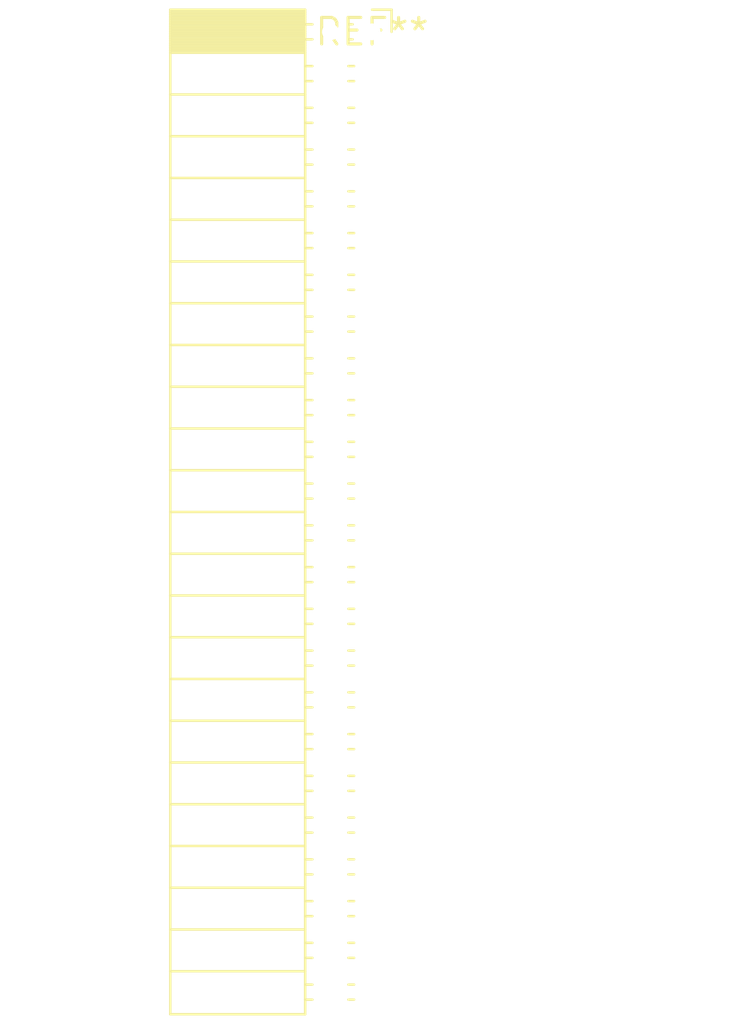
<source format=kicad_pcb>
(kicad_pcb (version 20240108) (generator pcbnew)
  (layers (0 "F.Cu" signal) (31 "B.Cu" signal) (34 "B.Paste" user) (35 "F.Paste" user) (36 "B.SilkS" user "B.Silkscreen") (37 "F.SilkS" user "F.Silkscreen") (38 "B.Mask" user) (39 "F.Mask" user) (44 "Edge.Cuts" user))
  (net 0 "")
  (footprint "PinSocket_2x24_P2.00mm_Horizontal" (layer "F.Cu") (at 0 0)
    (property "Reference" "REF**")
    (property "Value" "PinSocket_2x24_P2.00mm_Horizontal")
    (fp_line (start -9.68 -1.06) (end -9.68 47.06) (layer "F.SilkS") (stroke (width 0.12)))
    (fp_line (start -9.68 -1.06) (end -3.21 -1.06) (layer "F.SilkS") (stroke (width 0.12)))
    (fp_line (start -9.68 -0.94) (end -3.21 -0.94) (layer "F.SilkS") (stroke (width 0.12)))
    (fp_line (start -9.68 -0.825882) (end -3.21 -0.825882) (layer "F.SilkS") (stroke (width 0.12)))
    (fp_line (start -9.68 -0.711764) (end -3.21 -0.711764) (layer "F.SilkS") (stroke (width 0.12)))
    (fp_line (start -9.68 -0.597646) (end -3.21 -0.597646) (layer "F.SilkS") (stroke (width 0.12)))
    (fp_line (start -9.68 -0.483528) (end -3.21 -0.483528) (layer "F.SilkS") (stroke (width 0.12)))
    (fp_line (start -9.68 -0.36941) (end -3.21 -0.36941) (layer "F.SilkS") (stroke (width 0.12)))
    (fp_line (start -9.68 -0.255292) (end -3.21 -0.255292) (layer "F.SilkS") (stroke (width 0.12)))
    (fp_line (start -9.68 -0.141174) (end -3.21 -0.141174) (layer "F.SilkS") (stroke (width 0.12)))
    (fp_line (start -9.68 -0.027056) (end -3.21 -0.027056) (layer "F.SilkS") (stroke (width 0.12)))
    (fp_line (start -9.68 0.087062) (end -3.21 0.087062) (layer "F.SilkS") (stroke (width 0.12)))
    (fp_line (start -9.68 0.20118) (end -3.21 0.20118) (layer "F.SilkS") (stroke (width 0.12)))
    (fp_line (start -9.68 0.315298) (end -3.21 0.315298) (layer "F.SilkS") (stroke (width 0.12)))
    (fp_line (start -9.68 0.429416) (end -3.21 0.429416) (layer "F.SilkS") (stroke (width 0.12)))
    (fp_line (start -9.68 0.543534) (end -3.21 0.543534) (layer "F.SilkS") (stroke (width 0.12)))
    (fp_line (start -9.68 0.657652) (end -3.21 0.657652) (layer "F.SilkS") (stroke (width 0.12)))
    (fp_line (start -9.68 0.77177) (end -3.21 0.77177) (layer "F.SilkS") (stroke (width 0.12)))
    (fp_line (start -9.68 0.885888) (end -3.21 0.885888) (layer "F.SilkS") (stroke (width 0.12)))
    (fp_line (start -9.68 1) (end -3.21 1) (layer "F.SilkS") (stroke (width 0.12)))
    (fp_line (start -9.68 3) (end -3.21 3) (layer "F.SilkS") (stroke (width 0.12)))
    (fp_line (start -9.68 5) (end -3.21 5) (layer "F.SilkS") (stroke (width 0.12)))
    (fp_line (start -9.68 7) (end -3.21 7) (layer "F.SilkS") (stroke (width 0.12)))
    (fp_line (start -9.68 9) (end -3.21 9) (layer "F.SilkS") (stroke (width 0.12)))
    (fp_line (start -9.68 11) (end -3.21 11) (layer "F.SilkS") (stroke (width 0.12)))
    (fp_line (start -9.68 13) (end -3.21 13) (layer "F.SilkS") (stroke (width 0.12)))
    (fp_line (start -9.68 15) (end -3.21 15) (layer "F.SilkS") (stroke (width 0.12)))
    (fp_line (start -9.68 17) (end -3.21 17) (layer "F.SilkS") (stroke (width 0.12)))
    (fp_line (start -9.68 19) (end -3.21 19) (layer "F.SilkS") (stroke (width 0.12)))
    (fp_line (start -9.68 21) (end -3.21 21) (layer "F.SilkS") (stroke (width 0.12)))
    (fp_line (start -9.68 23) (end -3.21 23) (layer "F.SilkS") (stroke (width 0.12)))
    (fp_line (start -9.68 25) (end -3.21 25) (layer "F.SilkS") (stroke (width 0.12)))
    (fp_line (start -9.68 27) (end -3.21 27) (layer "F.SilkS") (stroke (width 0.12)))
    (fp_line (start -9.68 29) (end -3.21 29) (layer "F.SilkS") (stroke (width 0.12)))
    (fp_line (start -9.68 31) (end -3.21 31) (layer "F.SilkS") (stroke (width 0.12)))
    (fp_line (start -9.68 33) (end -3.21 33) (layer "F.SilkS") (stroke (width 0.12)))
    (fp_line (start -9.68 35) (end -3.21 35) (layer "F.SilkS") (stroke (width 0.12)))
    (fp_line (start -9.68 37) (end -3.21 37) (layer "F.SilkS") (stroke (width 0.12)))
    (fp_line (start -9.68 39) (end -3.21 39) (layer "F.SilkS") (stroke (width 0.12)))
    (fp_line (start -9.68 41) (end -3.21 41) (layer "F.SilkS") (stroke (width 0.12)))
    (fp_line (start -9.68 43) (end -3.21 43) (layer "F.SilkS") (stroke (width 0.12)))
    (fp_line (start -9.68 45) (end -3.21 45) (layer "F.SilkS") (stroke (width 0.12)))
    (fp_line (start -9.68 47.06) (end -3.21 47.06) (layer "F.SilkS") (stroke (width 0.12)))
    (fp_line (start -3.21 -1.06) (end -3.21 47.06) (layer "F.SilkS") (stroke (width 0.12)))
    (fp_line (start -3.21 -0.36) (end -2.862917 -0.36) (layer "F.SilkS") (stroke (width 0.12)))
    (fp_line (start -3.21 0.36) (end -2.862917 0.36) (layer "F.SilkS") (stroke (width 0.12)))
    (fp_line (start -3.21 1.64) (end -2.862917 1.64) (layer "F.SilkS") (stroke (width 0.12)))
    (fp_line (start -3.21 2.36) (end -2.862917 2.36) (layer "F.SilkS") (stroke (width 0.12)))
    (fp_line (start -3.21 3.64) (end -2.862917 3.64) (layer "F.SilkS") (stroke (width 0.12)))
    (fp_line (start -3.21 4.36) (end -2.862917 4.36) (layer "F.SilkS") (stroke (width 0.12)))
    (fp_line (start -3.21 5.64) (end -2.862917 5.64) (layer "F.SilkS") (stroke (width 0.12)))
    (fp_line (start -3.21 6.36) (end -2.862917 6.36) (layer "F.SilkS") (stroke (width 0.12)))
    (fp_line (start -3.21 7.64) (end -2.862917 7.64) (layer "F.SilkS") (stroke (width 0.12)))
    (fp_line (start -3.21 8.36) (end -2.862917 8.36) (layer "F.SilkS") (stroke (width 0.12)))
    (fp_line (start -3.21 9.64) (end -2.862917 9.64) (layer "F.SilkS") (stroke (width 0.12)))
    (fp_line (start -3.21 10.36) (end -2.862917 10.36) (layer "F.SilkS") (stroke (width 0.12)))
    (fp_line (start -3.21 11.64) (end -2.862917 11.64) (layer "F.SilkS") (stroke (width 0.12)))
    (fp_line (start -3.21 12.36) (end -2.862917 12.36) (layer "F.SilkS") (stroke (width 0.12)))
    (fp_line (start -3.21 13.64) (end -2.862917 13.64) (layer "F.SilkS") (stroke (width 0.12)))
    (fp_line (start -3.21 14.36) (end -2.862917 14.36) (layer "F.SilkS") (stroke (width 0.12)))
    (fp_line (start -3.21 15.64) (end -2.862917 15.64) (layer "F.SilkS") (stroke (width 0.12)))
    (fp_line (start -3.21 16.36) (end -2.862917 16.36) (layer "F.SilkS") (stroke (width 0.12)))
    (fp_line (start -3.21 17.64) (end -2.862917 17.64) (layer "F.SilkS") (stroke (width 0.12)))
    (fp_line (start -3.21 18.36) (end -2.862917 18.36) (layer "F.SilkS") (stroke (width 0.12)))
    (fp_line (start -3.21 19.64) (end -2.862917 19.64) (layer "F.SilkS") (stroke (width 0.12)))
    (fp_line (start -3.21 20.36) (end -2.862917 20.36) (layer "F.SilkS") (stroke (width 0.12)))
    (fp_line (start -3.21 21.64) (end -2.862917 21.64) (layer "F.SilkS") (stroke (width 0.12)))
    (fp_line (start -3.21 22.36) (end -2.862917 22.36) (layer "F.SilkS") (stroke (width 0.12)))
    (fp_line (start -3.21 23.64) (end -2.862917 23.64) (layer "F.SilkS") (stroke (width 0.12)))
    (fp_line (start -3.21 24.36) (end -2.862917 24.36) (layer "F.SilkS") (stroke (width 0.12)))
    (fp_line (start -3.21 25.64) (end -2.862917 25.64) (layer "F.SilkS") (stroke (width 0.12)))
    (fp_line (start -3.21 26.36) (end -2.862917 26.36) (layer "F.SilkS") (stroke (width 0.12)))
    (fp_line (start -3.21 27.64) (end -2.862917 27.64) (layer "F.SilkS") (stroke (width 0.12)))
    (fp_line (start -3.21 28.36) (end -2.862917 28.36) (layer "F.SilkS") (stroke (width 0.12)))
    (fp_line (start -3.21 29.64) (end -2.862917 29.64) (layer "F.SilkS") (stroke (width 0.12)))
    (fp_line (start -3.21 30.36) (end -2.862917 30.36) (layer "F.SilkS") (stroke (width 0.12)))
    (fp_line (start -3.21 31.64) (end -2.862917 31.64) (layer "F.SilkS") (stroke (width 0.12)))
    (fp_line (start -3.21 32.36) (end -2.862917 32.36) (layer "F.SilkS") (stroke (width 0.12)))
    (fp_line (start -3.21 33.64) (end -2.862917 33.64) (layer "F.SilkS") (stroke (width 0.12)))
    (fp_line (start -3.21 34.36) (end -2.862917 34.36) (layer "F.SilkS") (stroke (width 0.12)))
    (fp_line (start -3.21 35.64) (end -2.862917 35.64) (layer "F.SilkS") (stroke (width 0.12)))
    (fp_line (start -3.21 36.36) (end -2.862917 36.36) (layer "F.SilkS") (stroke (width 0.12)))
    (fp_line (start -3.21 37.64) (end -2.862917 37.64) (layer "F.SilkS") (stroke (width 0.12)))
    (fp_line (start -3.21 38.36) (end -2.862917 38.36) (layer "F.SilkS") (stroke (width 0.12)))
    (fp_line (start -3.21 39.64) (end -2.862917 39.64) (layer "F.SilkS") (stroke (width 0.12)))
    (fp_line (start -3.21 40.36) (end -2.862917 40.36) (layer "F.SilkS") (stroke (width 0.12)))
    (fp_line (start -3.21 41.64) (end -2.862917 41.64) (layer "F.SilkS") (stroke (width 0.12)))
    (fp_line (start -3.21 42.36) (end -2.862917 42.36) (layer "F.SilkS") (stroke (width 0.12)))
    (fp_line (start -3.21 43.64) (end -2.862917 43.64) (layer "F.SilkS") (stroke (width 0.12)))
    (fp_line (start -3.21 44.36) (end -2.862917 44.36) (layer "F.SilkS") (stroke (width 0.12)))
    (fp_line (start -3.21 45.64) (end -2.862917 45.64) (layer "F.SilkS") (stroke (width 0.12)))
    (fp_line (start -3.21 46.36) (end -2.862917 46.36) (layer "F.SilkS") (stroke (width 0.12)))
    (fp_line (start -1.137083 -0.36) (end -0.935 -0.36) (layer "F.SilkS") (stroke (width 0.12)))
    (fp_line (start -1.137083 0.36) (end -0.935 0.36) (layer "F.SilkS") (stroke (width 0.12)))
    (fp_line (start -1.137083 1.64) (end -0.862917 1.64) (layer "F.SilkS") (stroke (width 0.12)))
    (fp_line (start -1.137083 2.36) (end -0.862917 2.36) (layer "F.SilkS") (stroke (width 0.12)))
    (fp_line (start -1.137083 3.64) (end -0.862917 3.64) (layer "F.SilkS") (stroke (width 0.12)))
    (fp_line (start -1.137083 4.36) (end -0.862917 4.36) (layer "F.SilkS") (stroke (width 0.12)))
    (fp_line (start -1.137083 5.64) (end -0.862917 5.64) (layer "F.SilkS") (stroke (width 0.12)))
    (fp_line (start -1.137083 6.36) (end -0.862917 6.36) (layer "F.SilkS") (stroke (width 0.12)))
    (fp_line (start -1.137083 7.64) (end -0.862917 7.64) (layer "F.SilkS") (stroke (width 0.12)))
    (fp_line (start -1.137083 8.36) (end -0.862917 8.36) (layer "F.SilkS") (stroke (width 0.12)))
    (fp_line (start -1.137083 9.64) (end -0.862917 9.64) (layer "F.SilkS") (stroke (width 0.12)))
    (fp_line (start -1.137083 10.36) (end -0.862917 10.36) (layer "F.SilkS") (stroke (width 0.12)))
    (fp_line (start -1.137083 11.64) (end -0.862917 11.64) (layer "F.SilkS") (stroke (width 0.12)))
    (fp_line (start -1.137083 12.36) (end -0.862917 12.36) (layer "F.SilkS") (stroke (width 0.12)))
    (fp_line (start -1.137083 13.64) (end -0.862917 13.64) (layer "F.SilkS") (stroke (width 0.12)))
    (fp_line (start -1.137083 14.36) (end -0.862917 14.36) (layer "F.SilkS") (stroke (width 0.12)))
    (fp_line (start -1.137083 15.64) (end -0.862917 15.64) (layer "F.SilkS") (stroke (width 0.12)))
    (fp_line (start -1.137083 16.36) (end -0.862917 16.36) (layer "F.SilkS") (stroke (width 0.12)))
    (fp_line (start -1.137083 17.64) (end -0.862917 17.64) (layer "F.SilkS") (stroke (width 0.12)))
    (fp_line (start -1.137083 18.36) (end -0.862917 18.36) (layer "F.SilkS") (stroke (width 0.12)))
    (fp_line (start -1.137083 19.64) (end -0.862917 19.64) (layer "F.SilkS") (stroke (width 0.12)))
    (fp_line (start -1.137083 20.36) (end -0.862917 20.36) (layer "F.SilkS") (stroke (width 0.12)))
    (fp_line (start -1.137083 21.64) (end -0.862917 21.64) (layer "F.SilkS") (stroke (width 0.12)))
    (fp_line (start -1.137083 22.36) (end -0.862917 22.36) (layer "F.SilkS") (stroke (width 0.12)))
    (fp_line (start -1.137083 23.64) (end -0.862917 23.64) (layer "F.SilkS") (stroke (width 0.12)))
    (fp_line (start -1.137083 24.36) (end -0.862917 24.36) (layer "F.SilkS") (stroke (width 0.12)))
    (fp_line (start -1.137083 25.64) (end -0.862917 25.64) (layer "F.SilkS") (stroke (width 0.12)))
    (fp_line (start -1.137083 26.36) (end -0.862917 26.36) (layer "F.SilkS") (stroke (width 0.12)))
    (fp_line (start -1.137083 27.64) (end -0.862917 27.64) (layer "F.SilkS") (stroke (width 0.12)))
    (fp_line (start -1.137083 28.36) (end -0.862917 28.36) (layer "F.SilkS") (stroke (width 0.12)))
    (fp_line (start -1.137083 29.64) (end -0.862917 29.64) (layer "F.SilkS") (stroke (width 0.12)))
    (fp_line (start -1.137083 30.36) (end -0.862917 30.36) (layer "F.SilkS") (stroke (width 0.12)))
    (fp_line (start -1.137083 31.64) (end -0.862917 31.64) (layer "F.SilkS") (stroke (width 0.12)))
    (fp_line (start -1.137083 32.36) (end -0.862917 32.36) (layer "F.SilkS") (stroke (width 0.12)))
    (fp_line (start -1.137083 33.64) (end -0.862917 33.64) (layer "F.SilkS") (stroke (width 0.12)))
    (fp_line (start -1.137083 34.36) (end -0.862917 34.36) (layer "F.SilkS") (stroke (width 0.12)))
    (fp_line (start -1.137083 35.64) (end -0.862917 35.64) (layer "F.SilkS") (stroke (width 0.12)))
    (fp_line (start -1.137083 36.36) (end -0.862917 36.36) (layer "F.SilkS") (stroke (width 0.12)))
    (fp_line (start -1.137083 37.64) (end -0.862917 37.64) (layer "F.SilkS") (stroke (width 0.12)))
    (fp_line (start -1.137083 38.36) (end -0.862917 38.36) (layer "F.SilkS") (stroke (width 0.12)))
    (fp_line (start -1.137083 39.64) (end -0.862917 39.64) (layer "F.SilkS") (stroke (width 0.12)))
    (fp_line (start -1.137083 40.36) (end -0.862917 40.36) (layer "F.SilkS") (stroke (width 0.12)))
    (fp_line (start -1.137083 41.64) (end -0.862917 41.64) (layer "F.SilkS") (stroke (width 0.12)))
    (fp_line (start -1.137083 42.36) (end -0.862917 42.36) (layer "F.SilkS") (stroke (width 0.12)))
    (fp_line (start -1.137083 43.64) (end -0.862917 43.64) (layer "F.SilkS") (stroke (width 0.12)))
    (fp_line (start -1.137083 44.36) (end -0.862917 44.36) (layer "F.SilkS") (stroke (width 0.12)))
    (fp_line (start -1.137083 45.64) (end -0.862917 45.64) (layer "F.SilkS") (stroke (width 0.12)))
    (fp_line (start -1.137083 46.36) (end -0.862917 46.36) (layer "F.SilkS") (stroke (width 0.12)))
    (fp_line (start 0 -1.06) (end 0.935 -1.06) (layer "F.SilkS") (stroke (width 0.12)))
    (fp_line (start 0.935 -1.06) (end 0.935 0) (layer "F.SilkS") (stroke (width 0.12)))
    (pad "1" thru_hole rect (at 0 0) (size 1.35 1.35) (drill 0.8) (layers *.Cu *.Mask) (remove_unused_layers))
    (pad "2" thru_hole oval (at -2 0) (size 1.35 1.35) (drill 0.8) (layers *.Cu *.Mask) (remove_unused_layers))
    (pad "3" thru_hole oval (at 0 2) (size 1.35 1.35) (drill 0.8) (layers *.Cu *.Mask) (remove_unused_layers))
    (pad "4" thru_hole oval (at -2 2) (size 1.35 1.35) (drill 0.8) (layers *.Cu *.Mask) (remove_unused_layers))
    (pad "5" thru_hole oval (at 0 4) (size 1.35 1.35) (drill 0.8) (layers *.Cu *.Mask) (remove_unused_layers))
    (pad "6" thru_hole oval (at -2 4) (size 1.35 1.35) (drill 0.8) (layers *.Cu *.Mask) (remove_unused_layers))
    (pad "7" thru_hole oval (at 0 6) (size 1.35 1.35) (drill 0.8) (layers *.Cu *.Mask) (remove_unused_layers))
    (pad "8" thru_hole oval (at -2 6) (size 1.35 1.35) (drill 0.8) (layers *.Cu *.Mask) (remove_unused_layers))
    (pad "9" thru_hole oval (at 0 8) (size 1.35 1.35) (drill 0.8) (layers *.Cu *.Mask) (remove_unused_layers))
    (pad "10" thru_hole oval (at -2 8) (size 1.35 1.35) (drill 0.8) (layers *.Cu *.Mask) (remove_unused_layers))
    (pad "11" thru_hole oval (at 0 10) (size 1.35 1.35) (drill 0.8) (layers *.Cu *.Mask) (remove_unused_layers))
    (pad "12" thru_hole oval (at -2 10) (size 1.35 1.35) (drill 0.8) (layers *.Cu *.Mask) (remove_unused_layers))
    (pad "13" thru_hole oval (at 0 12) (size 1.35 1.35) (drill 0.8) (layers *.Cu *.Mask) (remove_unused_layers))
    (pad "14" thru_hole oval (at -2 12) (size 1.35 1.35) (drill 0.8) (layers *.Cu *.Mask) (remove_unused_layers))
    (pad "15" thru_hole oval (at 0 14) (size 1.35 1.35) (drill 0.8) (layers *.Cu *.Mask) (remove_unused_layers))
    (pad "16" thru_hole oval (at -2 14) (size 1.35 1.35) (drill 0.8) (layers *.Cu *.Mask) (remove_unused_layers))
    (pad "17" thru_hole oval (at 0 16) (size 1.35 1.35) (drill 0.8) (layers *.Cu *.Mask) (remove_unused_layers))
    (pad "18" thru_hole oval (at -2 16) (size 1.35 1.35) (drill 0.8) (layers *.Cu *.Mask) (remove_unused_layers))
    (pad "19" thru_hole oval (at 0 18) (size 1.35 1.35) (drill 0.8) (layers *.Cu *.Mask) (remove_unused_layers))
    (pad "20" thru_hole oval (at -2 18) (size 1.35 1.35) (drill 0.8) (layers *.Cu *.Mask) (remove_unused_layers))
    (pad "21" thru_hole oval (at 0 20) (size 1.35 1.35) (drill 0.8) (layers *.Cu *.Mask) (remove_unused_layers))
    (pad "22" thru_hole oval (at -2 20) (size 1.35 1.35) (drill 0.8) (layers *.Cu *.Mask) (remove_unused_layers))
    (pad "23" thru_hole oval (at 0 22) (size 1.35 1.35) (drill 0.8) (layers *.Cu *.Mask) (remove_unused_layers))
    (pad "24" thru_hole oval (at -2 22) (size 1.35 1.35) (drill 0.8) (layers *.Cu *.Mask) (remove_unused_layers))
    (pad "25" thru_hole oval (at 0 24) (size 1.35 1.35) (drill 0.8) (layers *.Cu *.Mask) (remove_unused_layers))
    (pad "26" thru_hole oval (at -2 24) (size 1.35 1.35) (drill 0.8) (layers *.Cu *.Mask) (remove_unused_layers))
    (pad "27" thru_hole oval (at 0 26) (size 1.35 1.35) (drill 0.8) (layers *.Cu *.Mask) (remove_unused_layers))
    (pad "28" thru_hole oval (at -2 26) (size 1.35 1.35) (drill 0.8) (layers *.Cu *.Mask) (remove_unused_layers))
    (pad "29" thru_hole oval (at 0 28) (size 1.35 1.35) (drill 0.8) (layers *.Cu *.Mask) (remove_unused_layers))
    (pad "30" thru_hole oval (at -2 28) (size 1.35 1.35) (drill 0.8) (layers *.Cu *.Mask) (remove_unused_layers))
    (pad "31" thru_hole oval (at 0 30) (size 1.35 1.35) (drill 0.8) (layers *.Cu *.Mask) (remove_unused_layers))
    (pad "32" thru_hole oval (at -2 30) (size 1.35 1.35) (drill 0.8) (layers *.Cu *.Mask) (remove_unused_layers))
    (pad "33" thru_hole oval (at 0 32) (size 1.35 1.35) (drill 0.8) (layers *.Cu *.Mask) (remove_unused_layers))
    (pad "34" thru_hole oval (at -2 32) (size 1.35 1.35) (drill 0.8) (layers *.Cu *.Mask) (remove_unused_layers))
    (pad "35" thru_hole oval (at 0 34) (size 1.35 1.35) (drill 0.8) (layers *.Cu *.Mask) (remove_unused_layers))
    (pad "36" thru_hole oval (at -2 34) (size 1.35 1.35) (drill 0.8) (layers *.Cu *.Mask) (remove_unused_layers))
    (pad "37" thru_hole oval (at 0 36) (size 1.35 1.35) (drill 0.8) (layers *.Cu *.Mask) (remove_unused_layers))
    (pad "38" thru_hole oval (at -2 36) (size 1.35 1.35) (drill 0.8) (layers *.Cu *.Mask) (remove_unused_layers))
    (pad "39" thru_hole oval (at 0 38) (size 1.35 1.35) (drill 0.8) (layers *.Cu *.Mask) (remove_unused_layers))
    (pad "40" thru_hole oval (at -2 38) (size 1.35 1.35) (drill 0.8) (layers *.Cu *.Mask) (remove_unused_layers))
    (pad "41" thru_hole oval (at 0 40) (size 1.35 1.35) (drill 0.8) (layers *.Cu *.Mask) (remove_unused_layers))
    (pad "42" thru_hole oval (at -2 40) (size 1.35 1.35) (drill 0.8) (layers *.Cu *.Mask) (remove_unused_layers))
    (pad "43" thru_hole oval (at 0 42) (size 1.35 1.35) (drill 0.8) (layers *.Cu *.Mask) (remove_unused_layers))
    (pad "44" thru_hole oval (at -2 42) (size 1.35 1.35) (drill 0.8) (layers *.Cu *.Mask) (remove_unused_layers))
    (pad "45" thru_hole oval (at 0 44) (size 1.35 1.35) (drill 0.8) (layers *.Cu *.Mask) (remove_unused_layers))
    (pad "46" thru_hole oval (at -2 44) (size 1.35 1.35) (drill 0.8) (layers *.Cu *.Mask) (remove_unused_layers))
    (pad "47" thru_hole oval (at 0 46) (size 1.35 1.35) (drill 0.8) (layers *.Cu *.Mask) (remove_unused_layers))
    (pad "48" thru_hole oval (at -2 46) (size 1.35 1.35) (drill 0.8) (layers *.Cu *.Mask) (remove_unused_layers))
  )
)
</source>
